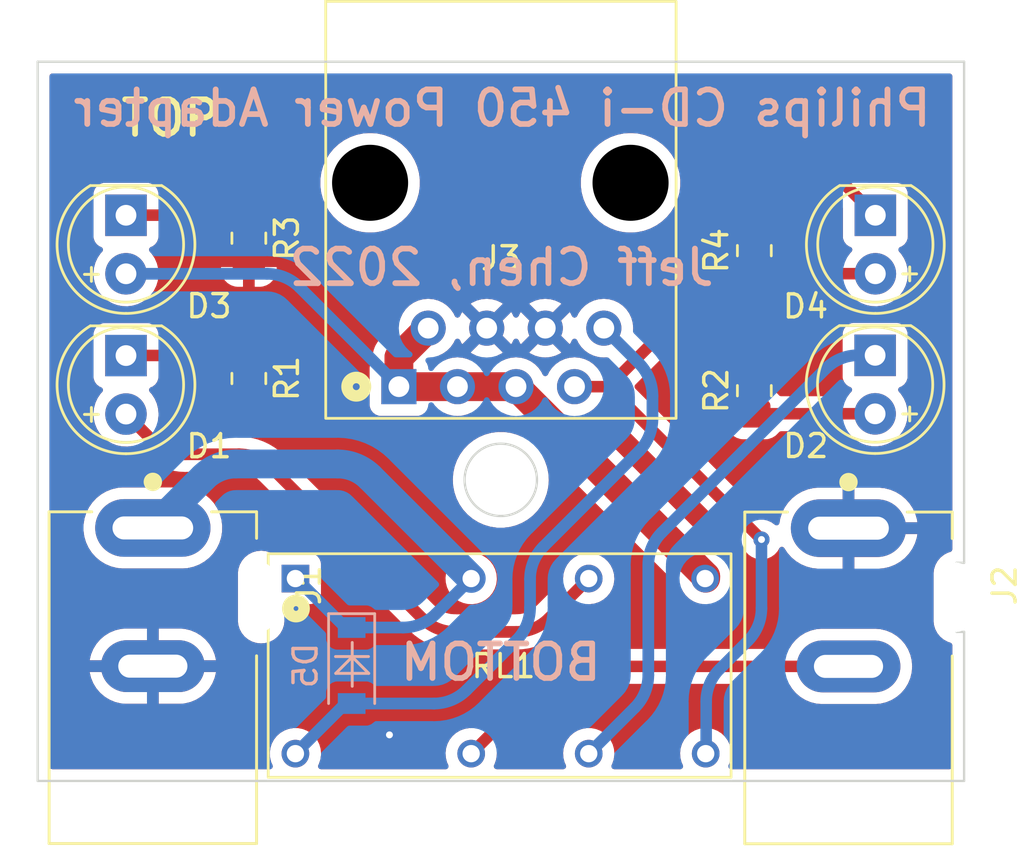
<source format=kicad_pcb>
(kicad_pcb (version 20211014) (generator pcbnew)
  (title_block (rev "1"))
  (layers (0 "F.Cu" signal "Front") (31 "B.Cu" signal "Back") (34 "B.Paste" user) (35 "F.Paste" user) (36 "B.SilkS" user "B.Silkscreen") (37 "F.SilkS" user "F.Silkscreen") (38 "B.Mask" user) (39 "F.Mask" user) (44 "Edge.Cuts" user))
  (net 0 "")
  (net 1 "Net-(D1-Pad1)")
  (net 2 "/+5V_STBY")
  (net 3 "/-5V_STBY")
  (net 4 "Net-(D2-Pad2)")
  (net 5 "Net-(D3-Pad1)")
  (net 6 "/+5V")
  (net 7 "/-5V")
  (net 8 "Net-(D4-Pad2)")
  (net 9 "/+5VA")
  (net 10 "/SENSE")
  (net 11 "GND")
  (net 12 "/GND2")
  (footprint "Philips CD-i 450 Power Adapter:Relay" (layer "F.Cu") (at 130.580245 108.865)
    (fp_text reference "RL1" (at 9.025 3.8 unlocked) (layer "F.SilkS"))
    (fp_text value "Relay")
    (fp_rect (start -1.18049 -1.077745) (end 18.9 8.627745) (layer "F.SilkS") (width 0.12) (fill none))
    (fp_circle (center 0.025 1.3) (end 0.125 1.325) (layer "F.SilkS") (width 0.5) (fill none))
    (pad "1" thru_hole rect (at 0 0) (size 1.2 1.2) (drill 0.75) (layers *.Cu *.Mask) (net 9 "/+5VA"))
    (pad "2" thru_hole circle (at 0 7.6) (size 1.2 1.2) (drill 0.75) (layers *.Cu *.Mask) (net 10 "/SENSE"))
    (pad "3" thru_hole circle (at 7.625 0) (size 1.2 1.2) (drill 0.75) (layers *.Cu *.Mask) (net 9 "/+5VA"))
    (pad "4" thru_hole circle (at 7.625 7.6) (size 1.2 1.2) (drill 0.75) (layers *.Cu *.Mask) (net 12 "/GND2"))
    (pad "5" thru_hole circle (at 12.725 0) (size 1.2 1.2) (drill 0.75) (layers *.Cu *.Mask) (net 2 "/+5V_STBY"))
    (pad "6" thru_hole circle (at 12.725 7.6) (size 1.2 1.2) (drill 0.75) (layers *.Cu *.Mask) (net 3 "/-5V_STBY"))
    (pad "7" thru_hole circle (at 17.775 0) (size 1.2 1.2) (drill 0.75) (layers *.Cu *.Mask) (net 6 "/+5V"))
    (pad "8" thru_hole circle (at 17.8 7.6) (size 1.2 1.2) (drill 0.75) (layers *.Cu *.Mask) (net 7 "/-5V"))
  )
  (footprint "Resistor_SMD:R_0805_2012Metric_Pad1.20x1.40mm_HandSolder" (layer "F.Cu") (at 128.56 100.18 -90)
    (fp_text reference "R1" (at 0 -1.65 90) (layer "F.SilkS"))
    (fp_text value "150")
    (fp_line (start -0.227064 -0.735) (end 0.227064 -0.735) (layer "F.SilkS") (width 0.12))
    (fp_line (start -0.227064 0.735) (end 0.227064 0.735) (layer "F.SilkS") (width 0.12))
    (pad "1" smd roundrect (at -1 0 270) (size 1.2 1.4) (layers "F.Cu" "F.Paste" "F.Mask") (roundrect_rratio 0.2083333333) (net 1 "Net-(D1-Pad1)"))
    (pad "2" smd roundrect (at 1 0 270) (size 1.2 1.4) (layers "F.Cu" "F.Paste" "F.Mask") (roundrect_rratio 0.2083333333) (net 11 "GND"))
  )
  (footprint "LED_THT:LED_D5.0mm" (layer "F.Cu") (at 123.23 99.185 -90)
    (fp_text reference "D1" (at 3.935 -3.6 180) (layer "F.SilkS"))
    (fp_text value "LED")
    (fp_line (start -1.29 -1.545) (end -1.29 1.545) (layer "F.SilkS") (width 0.12))
    (fp_arc (start -1.29 -1.54483) (mid 2.072002 -2.880433) (end 4.26 0.000462) (layer "F.SilkS") (width 0.12))
    (fp_arc (start 4.26 -0.000462) (mid 2.072002 2.880433) (end -1.29 1.54483) (layer "F.SilkS") (width 0.12))
    (fp_circle (center 1.27 0) (end 3.77 0) (layer "F.SilkS") (width 0.12) (fill none))
    (pad "1" thru_hole rect (at 0 0 270) (size 1.8 1.8) (drill 0.9) (layers *.Cu *.Mask) (net 1 "Net-(D1-Pad1)"))
    (pad "2" thru_hole circle (at 2.54 0 270) (size 1.8 1.8) (drill 0.9) (layers *.Cu *.Mask) (net 2 "/+5V_STBY"))
  )
  (footprint "Philips CD-i 450 Power Adapter:RJ45" (layer "F.Cu") (at 135.07 100.535)
    (fp_text reference "J3" (at 4.425 -5.575 unlocked) (layer "F.SilkS"))
    (fp_text value "RJ45")
    (fp_rect (start -3.175 -16.725) (end 12.025 1.375) (layer "F.SilkS") (width 0.12) (fill none))
    (fp_circle (center -1.85 0) (end -1.7 0) (layer "F.SilkS") (width 0.5) (fill none))
    (pad "" np_thru_hole circle (at -1.25 -8.85) (size 3.3 3.3) (drill 3.3) (layers *.Mask))
    (pad "" np_thru_hole circle (at 10.05 -8.85) (size 3.3 3.3) (drill 3.3) (layers *.Mask))
    (pad "1" thru_hole rect (at 0 0) (size 1.524 1.524) (drill 0.9) (layers *.Cu *.Mask) (net 6 "/+5V"))
    (pad "2" thru_hole circle (at 1.27 -2.54) (size 1.524 1.524) (drill 0.9) (layers *.Cu *.Mask) (net 6 "/+5V"))
    (pad "3" thru_hole circle (at 2.54 0) (size 1.524 1.524) (drill 0.9) (layers *.Cu *.Mask) (net 6 "/+5V"))
    (pad "4" thru_hole circle (at 3.81 -2.54) (size 1.524 1.524) (drill 0.9) (layers *.Cu *.Mask) (net 11 "GND"))
    (pad "5" thru_hole circle (at 5.08 0) (size 1.524 1.524) (drill 0.9) (layers *.Cu *.Mask) (net 6 "/+5V"))
    (pad "6" thru_hole circle (at 6.35 -2.54) (size 1.524 1.524) (drill 0.9) (layers *.Cu *.Mask) (net 11 "GND"))
    (pad "7" thru_hole circle (at 7.62 0) (size 1.524 1.524) (drill 0.9) (layers *.Cu *.Mask) (net 7 "/-5V"))
    (pad "8" thru_hole circle (at 8.89 -2.54) (size 1.524 1.524) (drill 0.9) (layers *.Cu *.Mask) (net 10 "/SENSE"))
  )
  (footprint "Philips CD-i 450 Power Adapter:CUI_PJ-002A" (layer "F.Cu") (at 154.575 106.6775 -90)
    (fp_text reference "J2" (at 2.487052 -6.770615 -90) (layer "F.SilkS") (effects (font (size 1.000827 1.000827))))
    (fp_text value "5V 0.25A C+")
    (fp_line (start -0.7 4.5) (end -0.7 2.65) (layer "F.SilkS") (width 0.127))
    (fp_line (start 13.7 4.5) (end -0.7 4.5) (layer "F.SilkS") (width 0.127))
    (fp_line (start 13.7 -4.5) (end 13.7 4.5) (layer "F.SilkS") (width 0.127))
    (fp_line (start -0.7 -4.5) (end 0.45 -4.5) (layer "F.SilkS") (width 0.127))
    (fp_line (start 5.55 -4.5) (end 13.7 -4.5) (layer "F.SilkS") (width 0.127))
    (fp_line (start -0.7 -2.55) (end -0.7 -4.5) (layer "F.SilkS") (width 0.127))
    (fp_circle (center -2 0) (end -1.8 0) (layer "F.SilkS") (width 0.4) (fill none))
    (pad "" np_thru_hole oval (at 3 -4.7 270) (size 3 1) (drill oval 3 1) (layers F&B.Cu *.Mask))
    (pad "1" thru_hole oval (at 0 0 270) (size 2.5 5) (drill oval 1 3.5) (layers *.Cu *.Mask) (net 11 "GND"))
    (pad "2" thru_hole oval (at 6 0 270) (size 2.25 4.5) (drill oval 1 3) (layers *.Cu *.Mask) (net 12 "/GND2"))
  )
  (footprint "Philips CD-i 450 Power Adapter:CUI_PJ-002A" (layer "F.Cu") (at 124.395 106.6675 -90)
    (fp_text reference "J1" (at 2.487052 -6.770615 -90) (layer "F.SilkS") (effects (font (size 1.000827 1.000827))))
    (fp_text value "5V 3.3A C+")
    (fp_line (start 5.55 -4.5) (end 13.7 -4.5) (layer "F.SilkS") (width 0.127))
    (fp_line (start 13.7 -4.5) (end 13.7 4.5) (layer "F.SilkS") (width 0.127))
    (fp_line (start 13.7 4.5) (end -0.7 4.5) (layer "F.SilkS") (width 0.127))
    (fp_line (start -0.7 -2.55) (end -0.7 -4.5) (layer "F.SilkS") (width 0.127))
    (fp_line (start -0.7 4.5) (end -0.7 2.65) (layer "F.SilkS") (width 0.127))
    (fp_line (start -0.7 -4.5) (end 0.45 -4.5) (layer "F.SilkS") (width 0.127))
    (fp_circle (center -2 0) (end -1.8 0) (layer "F.SilkS") (width 0.4) (fill none))
    (pad "" np_thru_hole oval (at 3 -4.7 270) (size 3 1) (drill oval 3 1) (layers F&B.Cu *.Mask))
    (pad "1" thru_hole oval (at 0 0 270) (size 2.5 5) (drill oval 1 3.5) (layers *.Cu *.Mask) (net 9 "/+5VA"))
    (pad "2" thru_hole oval (at 6 0 270) (size 2.25 4.5) (drill oval 1 3) (layers *.Cu *.Mask) (net 11 "GND"))
  )
  (footprint "Resistor_SMD:R_0805_2012Metric_Pad1.20x1.40mm_HandSolder" (layer "F.Cu") (at 150.49 94.63 90)
    (fp_text reference "R4" (at 0 -1.65 90) (layer "F.SilkS"))
    (fp_text value "150")
    (fp_line (start -0.227064 0.735) (end 0.227064 0.735) (layer "F.SilkS") (width 0.12))
    (fp_line (start -0.227064 -0.735) (end 0.227064 -0.735) (layer "F.SilkS") (width 0.12))
    (pad "1" smd roundrect (at -1 0 90) (size 1.2 1.4) (layers "F.Cu" "F.Paste" "F.Mask") (roundrect_rratio 0.2083333333) (net 8 "Net-(D4-Pad2)"))
    (pad "2" smd roundrect (at 1 0 90) (size 1.2 1.4) (layers "F.Cu" "F.Paste" "F.Mask") (roundrect_rratio 0.2083333333) (net 11 "GND"))
  )
  (footprint "LED_THT:LED_D5.0mm" (layer "F.Cu") (at 155.74 93.095 -90)
    (fp_text reference "D4" (at 3.955 3.03 180) (layer "F.SilkS"))
    (fp_text value "LED")
    (fp_line (start -1.29 -1.545) (end -1.29 1.545) (layer "F.SilkS") (width 0.12))
    (fp_arc (start 4.26 -0.000462) (mid 2.072002 2.880433) (end -1.29 1.54483) (layer "F.SilkS") (width 0.12))
    (fp_arc (start -1.29 -1.54483) (mid 2.072002 -2.880433) (end 4.26 0.000462) (layer "F.SilkS") (width 0.12))
    (fp_circle (center 1.27 0) (end 3.77 0) (layer "F.SilkS") (width 0.12) (fill none))
    (pad "1" thru_hole rect (at 0 0 270) (size 1.8 1.8) (drill 0.9) (layers *.Cu *.Mask) (net 7 "/-5V"))
    (pad "2" thru_hole circle (at 2.54 0 270) (size 1.8 1.8) (drill 0.9) (layers *.Cu *.Mask) (net 8 "Net-(D4-Pad2)"))
  )
  (footprint "Resistor_SMD:R_0805_2012Metric_Pad1.20x1.40mm_HandSolder" (layer "F.Cu") (at 150.49 100.71 90)
    (fp_text reference "R2" (at 0 -1.65 90) (layer "F.SilkS"))
    (fp_text value "150")
    (fp_line (start -0.227064 -0.735) (end 0.227064 -0.735) (layer "F.SilkS") (width 0.12))
    (fp_line (start -0.227064 0.735) (end 0.227064 0.735) (layer "F.SilkS") (width 0.12))
    (pad "1" smd roundrect (at -1 0 90) (size 1.2 1.4) (layers "F.Cu" "F.Paste" "F.Mask") (roundrect_rratio 0.2083333333) (net 4 "Net-(D2-Pad2)"))
    (pad "2" smd roundrect (at 1 0 90) (size 1.2 1.4) (layers "F.Cu" "F.Paste" "F.Mask") (roundrect_rratio 0.2083333333) (net 11 "GND"))
  )
  (footprint "Resistor_SMD:R_0805_2012Metric_Pad1.20x1.40mm_HandSolder" (layer "F.Cu") (at 128.56 94.09 -90)
    (fp_text reference "R3" (at 0 -1.65 90) (layer "F.SilkS"))
    (fp_text value "150")
    (fp_line (start -0.227064 0.735) (end 0.227064 0.735) (layer "F.SilkS") (width 0.12))
    (fp_line (start -0.227064 -0.735) (end 0.227064 -0.735) (layer "F.SilkS") (width 0.12))
    (pad "1" smd roundrect (at -1 0 270) (size 1.2 1.4) (layers "F.Cu" "F.Paste" "F.Mask") (roundrect_rratio 0.2083333333) (net 5 "Net-(D3-Pad1)"))
    (pad "2" smd roundrect (at 1 0 270) (size 1.2 1.4) (layers "F.Cu" "F.Paste" "F.Mask") (roundrect_rratio 0.2083333333) (net 11 "GND"))
  )
  (footprint "clipboard:47629e3f-1a8b-4431-a5bc-737dc30e2243" (layer "F.Cu") (at 129.38 95.66)
    (fp_text reference "" (at 0 0) (layer "F.SilkS") (effects (font (size 1.27 1.27))))
    (fp_text value "" (at 0 0) (layer "F.SilkS") (effects (font (size 1.27 1.27))))
  )
  (footprint "LED_THT:LED_D5.0mm" (layer "F.Cu") (at 123.23 93.095 -90)
    (fp_text reference "D3" (at 3.945 -3.6 180) (layer "F.SilkS"))
    (fp_text value "LED")
    (fp_line (start -1.29 -1.545) (end -1.29 1.545) (layer "F.SilkS") (width 0.12))
    (fp_arc (start 4.26 -0.000462) (mid 2.072002 2.880433) (end -1.29 1.54483) (layer "F.SilkS") (width 0.12))
    (fp_arc (start -1.29 -1.54483) (mid 2.072002 -2.880433) (end 4.26 0.000462) (layer "F.SilkS") (width 0.12))
    (fp_circle (center 1.27 0) (end 3.77 0) (layer "F.SilkS") (width 0.12) (fill none))
    (pad "1" thru_hole rect (at 0 0 270) (size 1.8 1.8) (drill 0.9) (layers *.Cu *.Mask) (net 5 "Net-(D3-Pad1)"))
    (pad "2" thru_hole circle (at 2.54 0 270) (size 1.8 1.8) (drill 0.9) (layers *.Cu *.Mask) (net 6 "/+5V"))
  )
  (footprint "LED_THT:LED_D5.0mm" (layer "F.Cu") (at 155.73 99.175 -90)
    (fp_text reference "D2" (at 3.935 3.01 180) (layer "F.SilkS"))
    (fp_text value "LED")
    (fp_line (start -1.29 -1.545) (end -1.29 1.545) (layer "F.SilkS") (width 0.12))
    (fp_arc (start -1.29 -1.54483) (mid 2.072002 -2.880433) (end 4.26 0.000462) (layer "F.SilkS") (width 0.12))
    (fp_arc (start 4.26 -0.000462) (mid 2.072002 2.880433) (end -1.29 1.54483) (layer "F.SilkS") (width 0.12))
    (fp_circle (center 1.27 0) (end 3.77 0) (layer "F.SilkS") (width 0.12) (fill none))
    (pad "1" thru_hole rect (at 0 0 270) (size 1.8 1.8) (drill 0.9) (layers *.Cu *.Mask) (net 3 "/-5V_STBY"))
    (pad "2" thru_hole circle (at 2.54 0 270) (size 1.8 1.8) (drill 0.9) (layers *.Cu *.Mask) (net 4 "Net-(D2-Pad2)"))
  )
  (footprint "Diode_SMD:D_SOD-123" (layer "B.Cu") (at 133.02 112.64 -90)
    (fp_text reference "D5" (at 0 2 90) (layer "B.SilkS") (effects (justify mirror)))
    (fp_text value "1N4148W")
    (fp_line (start -2.25 -1) (end 1.65 -1) (layer "B.SilkS") (width 0.12))
    (fp_line (start -2.25 1) (end -2.25 -1) (layer "B.SilkS") (width 0.12))
    (fp_line (start -2.25 1) (end 1.65 1) (layer "B.SilkS") (width 0.12))
    (pad "1" smd rect (at -1.65 0 270) (size 0.9 1.2) (layers "B.Cu" "B.Paste" "B.Mask") (net 9 "/+5VA"))
    (pad "2" smd rect (at 1.65 0 270) (size 0.9 1.2) (layers "B.Cu" "B.Paste" "B.Mask") (net 10 "/SENSE"))
  )
  (gr_line (start 133.045 111.64) (end 133.045 113.54) (layer "B.SilkS") (width 0.127))
  (gr_line (start 133.06 112.25) (end 132.33 112.98) (layer "B.SilkS") (width 0.127))
  (gr_line (start 133.76 112.98) (end 133.03 112.25) (layer "B.SilkS") (width 0.127))
  (gr_line (start 132.32 112.25) (end 133.75 112.25) (layer "B.SilkS") (width 0.127))
  (gr_line (start 132.33 112.98) (end 133.76 112.98) (layer "B.SilkS") (width 0.127))
  (gr_line (start 157.229838 102.019676) (end 157.229838 101.42) (layer "F.SilkS") (width 0.127))
  (gr_line (start 121.43 101.74) (end 122.029676 101.74) (layer "F.SilkS") (width 0.127))
  (gr_line (start 121.729838 102.039838) (end 121.729838 101.440162) (layer "F.SilkS") (width 0.127))
  (gr_line (start 121.73 95.96) (end 121.73 95.360324) (layer "F.SilkS") (width 0.127))
  (gr_line (start 156.930162 95.64) (end 157.529838 95.64) (layer "F.SilkS") (width 0.127))
  (gr_line (start 121.430162 95.660162) (end 122.029838 95.660162) (layer "F.SilkS") (width 0.127))
  (gr_line (start 156.93 101.719838) (end 157.529676 101.719838) (layer "F.SilkS") (width 0.127))
  (gr_line (start 157.23 95.939838) (end 157.23 95.340162) (layer "F.SilkS") (width 0.127))
  (gr_line (start 159.59 86.43) (end 119.4 86.43) (layer "Edge.Cuts") (width 0.1))
  (gr_line (start 119.4 86.43) (end 119.4 117.65) (layer "Edge.Cuts") (width 0.1))
  (gr_circle (center 139.49 104.58) (end 141.06 104.59) (layer "Edge.Cuts") (width 0.1) (fill none))
  (gr_line (start 159.59 117.65) (end 159.59 111.18) (layer "Edge.Cuts") (width 0.1))
  (gr_line (start 159.27 108.18) (end 159.59 108.18) (layer "Edge.Cuts") (width 0.1))
  (gr_line (start 159.27 111.18) (end 159.27 108.18) (layer "Edge.Cuts") (width 0.1))
  (gr_line (start 119.4 117.65) (end 159.59 117.65) (layer "Edge.Cuts") (width 0.1))
  (gr_line (start 159.59 108.18) (end 159.59 86.43) (layer "Edge.Cuts") (width 0.1))
  (gr_line (start 159.59 111.18) (end 159.27 111.18) (layer "Edge.Cuts") (width 0.1))
  (gr_text "BOTTOM" (at 139.49 112.5) (layer "B.SilkS") (effects (font (size 1.5 1.5) (thickness 0.25)) (justify mirror)))
  (gr_text "Philips CD-i 450 Power Adapter" (at 139.55 88.45) (layer "B.SilkS") (effects (font (size 1.5 1.5) (thickness 0.25)) (justify mirror)))
  (gr_text "Jeff Chen, 2022" (at 139.52 95.36) (layer "B.SilkS") (effects (font (size 1.5 1.5) (thickness 0.25)) (justify mirror)))
  (gr_text "TOP" (at 125.16 88.88) (layer "F.SilkS") (effects (font (size 1.5 1.5) (thickness 0.25))))
  (segment (start 128.56 99.18) (end 123.23 99.18) (width 0.5) (layer "F.Cu") (net 1))
  (segment (start 129.545787 104.055787) (end 136.084214 110.594214) (width 0.508) (layer "F.Cu") (net 2))
  (segment (start 123.23 101.725) (end 124.389214 102.884214) (width 0.508) (layer "F.Cu") (net 2))
  (segment (start 137.498427 111.18) (end 140.161573 111.18) (width 0.508) (layer "F.Cu") (net 2))
  (segment (start 141.575787 110.594213) (end 143.3 108.87) (width 0.508) (layer "F.Cu") (net 2))
  (segment (start 125.803427 103.47) (end 128.131573 103.47) (width 0.508) (layer "F.Cu") (net 2))
  (arc (start 137.498427 111.18) (mid 136.73306 111.027759) (end 136.084214 110.594214) (width 0.508) (layer "F.Cu") (net 2))
  (arc (start 140.161573 111.18) (mid 140.92694 111.027759) (end 141.575787 110.594213) (width 0.508) (layer "F.Cu") (net 2))
  (arc (start 125.803427 103.47) (mid 125.03806 103.317759) (end 124.389214 102.884214) (width 0.508) (layer "F.Cu") (net 2))
  (arc (start 128.131573 103.47) (mid 128.89694 103.622241) (end 129.545787 104.055787) (width 0.508) (layer "F.Cu") (net 2))
  (segment (start 143.305245 116.465) (end 145.304214 114.466031) (width 0.508) (layer "B.Cu") (net 3))
  (segment (start 146.475787 106.864213) (end 153.584214 99.755786) (width 0.508) (layer "B.Cu") (net 3))
  (segment (start 145.89 113.051818) (end 145.89 108.278427) (width 0.508) (layer "B.Cu") (net 3))
  (segment (start 154.998427 99.17) (end 155.73 99.17) (width 0.508) (layer "B.Cu") (net 3))
  (arc (start 153.584214 99.755786) (mid 154.23306 99.322241) (end 154.998427 99.17) (width 0.508) (layer "B.Cu") (net 3))
  (arc (start 146.475787 106.864213) (mid 146.042241 107.51306) (end 145.89 108.278427) (width 0.508) (layer "B.Cu") (net 3))
  (arc (start 145.89 113.051818) (mid 145.737759 113.817185) (end 145.304214 114.466031) (width 0.508) (layer "B.Cu") (net 3))
  (segment (start 150.49 101.71) (end 155.73 101.71) (width 0.5) (layer "F.Cu") (net 4))
  (segment (start 128.56 93.09) (end 123.23 93.09) (width 0.5) (layer "F.Cu") (net 5))
  (segment (start 148.38 108.765) (end 148.38 108.85) (width 1.25) (layer "F.Cu") (net 6))
  (segment (start 140.15 100.535) (end 148.38 108.765) (width 1.25) (layer "F.Cu") (net 6))
  (segment (start 135.07 99.26) (end 136.34 97.99) (width 1.25) (layer "F.Cu") (net 6))
  (segment (start 140.15 100.535) (end 135.075 100.535) (width 1.25) (layer "F.Cu") (net 6))
  (segment (start 135.075 100.535) (end 135.07 100.53) (width 1.25) (layer "F.Cu") (net 6))
  (segment (start 135.07 100.535) (end 135.07 99.26) (width 1.25) (layer "F.Cu") (net 6))
  (segment locked (start 130.760787 96.220787) (end 135.07 100.53) (width 0.508) (layer "B.Cu") (net 6))
  (segment locked (start 123.23 95.635) (end 129.346573 95.635) (width 0.508) (layer "B.Cu") (net 6))
  (arc locked (start 130.760787 96.220787) (mid 130.11194 95.787241) (end 129.346573 95.635) (width 0.508) (layer "B.Cu") (net 6))
  (segment (start 144.165 100.535) (end 147.344214 97.355786) (width 0.5) (layer "F.Cu") (net 7))
  (segment (start 144.165 100.535) (end 142.69 100.535) (width 0.5) (layer "F.Cu") (net 7))
  (segment (start 150.8 107.17) (end 144.165 100.535) (width 0.5) (layer "F.Cu") (net 7))
  (segment (start 150.848427 91.11) (end 152.931573 91.11) (width 0.5) (layer "F.Cu") (net 7))
  (segment (start 148.515787 92.614213) (end 149.434214 91.695786) (width 0.5) (layer "F.Cu") (net 7))
  (segment (start 154.345787 91.695787) (end 155.74 93.09) (width 0.5) (layer "F.Cu") (net 7))
  (segment (start 147.93 95.941573) (end 147.93 94.028427) (width 0.5) (layer "F.Cu") (net 7))
  (via (at 150.8 107.17) (size 0.7) (drill 0.3) (layers "F.Cu" "B.Cu") (net 7))
  (arc (start 147.344214 97.355786) (mid 147.777759 96.70694) (end 147.93 95.941573) (width 0.5) (layer "F.Cu") (net 7))
  (arc (start 148.515787 92.614213) (mid 148.082241 93.26306) (end 147.93 94.028427) (width 0.5) (layer "F.Cu") (net 7))
  (arc (start 152.931573 91.11) (mid 153.69694 91.262241) (end 154.345787 91.695787) (width 0.5) (layer "F.Cu") (net 7))
  (arc (start 150.848427 91.11) (mid 150.08306 91.262241) (end 149.434214 91.695786) (width 0.5) (layer "F.Cu") (net 7))
  (segment (start 148.4 114.208427) (end 148.4 116.45) (width 0.5) (layer "B.Cu") (net 7))
  (segment (start 150.8 107.17) (end 150.8 110.151573) (width 0.5) (layer "B.Cu") (net 7))
  (segment (start 150.214213 111.565787) (end 148.985786 112.794214) (width 0.5) (layer "B.Cu") (net 7))
  (arc (start 150.8 110.151573) (mid 150.647759 110.91694) (end 150.214213 111.565787) (width 0.5) (layer "B.Cu") (net 7))
  (arc (start 148.4 114.208427) (mid 148.552241 113.44306) (end 148.985786 112.794214) (width 0.5) (layer "B.Cu") (net 7))
  (segment (start 155.73 95.63) (end 155.74 95.64) (width 0.5) (layer "F.Cu") (net 8))
  (segment (start 150.49 95.63) (end 155.73 95.63) (width 0.5) (layer "F.Cu") (net 8))
  (segment (start 133.825787 104.475787) (end 138.21 108.86) (width 1.25) (layer "B.Cu") (net 9))
  (segment (start 128.000927 103.89) (end 132.411573 103.89) (width 1.25) (layer "B.Cu") (net 9))
  (segment (start 124.395 106.6675) (end 126.586714 104.475786) (width 1.25) (layer "B.Cu") (net 9))
  (segment (start 136.665787 110.404213) (end 138.21 108.86) (width 0.508) (layer "B.Cu") (net 9))
  (segment (start 132.86 111.1) (end 130.6 108.84) (width 0.508) (layer "B.Cu") (net 9))
  (segment (start 133.02 110.99) (end 135.251573 110.99) (width 0.508) (layer "B.Cu") (net 9))
  (arc (start 136.665787 110.404213) (mid 136.01694 110.837759) (end 135.251573 110.99) (width 0.508) (layer "B.Cu") (net 9))
  (arc (start 132.411573 103.89) (mid 133.17694 104.042241) (end 133.825787 104.475787) (width 1.25) (layer "B.Cu") (net 9))
  (arc (start 128.000927 103.89) (mid 127.23556 104.042241) (end 126.586714 104.475786) (width 1.25) (layer "B.Cu") (net 9))
  (segment (start 136.591573 114.29) (end 133.02 114.29) (width 0.508) (layer "B.Cu") (net 10))
  (segment (start 146.07 100.933427) (end 146.07 101.921573) (width 0.508) (layer "B.Cu") (net 10))
  (segment (start 140.174213 111.535787) (end 138.005786 113.704214) (width 0.508) (layer "B.Cu") (net 10))
  (segment (start 133.02 114.29) (end 132.75 114.29) (width 0.508) (layer "B.Cu") (net 10))
  (segment (start 132.75 114.29) (end 130.58 116.46) (width 0.508) (layer "B.Cu") (net 10))
  (segment (start 140.76 108.888427) (end 140.76 110.121573) (width 0.508) (layer "B.Cu") (net 10))
  (segment (start 143.96 97.995) (end 145.484214 99.519214) (width 0.508) (layer "B.Cu") (net 10))
  (segment (start 145.484213 103.335787) (end 141.345786 107.474214) (width 0.508) (layer "B.Cu") (net 10))
  (arc (start 140.76 110.121573) (mid 140.607759 110.88694) (end 140.174213 111.535787) (width 0.508) (layer "B.Cu") (net 10))
  (arc (start 141.345786 107.474214) (mid 140.912241 108.12306) (end 140.76 108.888427) (width 0.508) (layer "B.Cu") (net 10))
  (arc (start 136.591573 114.29) (mid 137.35694 114.137759) (end 138.005786 113.704214) (width 0.508) (layer "B.Cu") (net 10))
  (arc (start 146.07 101.921573) (mid 145.917759 102.68694) (end 145.484213 103.335787) (width 0.508) (layer "B.Cu") (net 10))
  (arc (start 146.07 100.933427) (mid 145.917759 100.16806) (end 145.484214 99.519214) (width 0.508) (layer "B.Cu") (net 10))
  (via (at 134.66 115.65) (size 0.7) (drill 0.3) (layers "F.Cu" "B.Cu") (net 11))
  (segment (start 154.575 112.6775) (end 142.820927 112.6775) (width 0.5) (layer "F.Cu") (net 12))
  (segment (start 141.406713 113.263287) (end 138.22 116.45) (width 0.5) (layer "F.Cu") (net 12))
  (arc (start 142.820927 112.6775) (mid 142.05556 112.829741) (end 141.406713 113.263287) (width 0.5) (layer "F.Cu") (net 12))
  (zone (net 11) (net_name "GND") (layers F&B.Cu) (connect_pads (clearance 0.508)) (min_thickness 0.254) (fill yes (thermal_gap 0.508) (thermal_bridge_width 0.508))
    (polygon (pts (xy 161.67 119.14) (xy 118.31 119.14) (xy 118.31 85.28) (xy 161.67 85.28)))
  )
)
</source>
